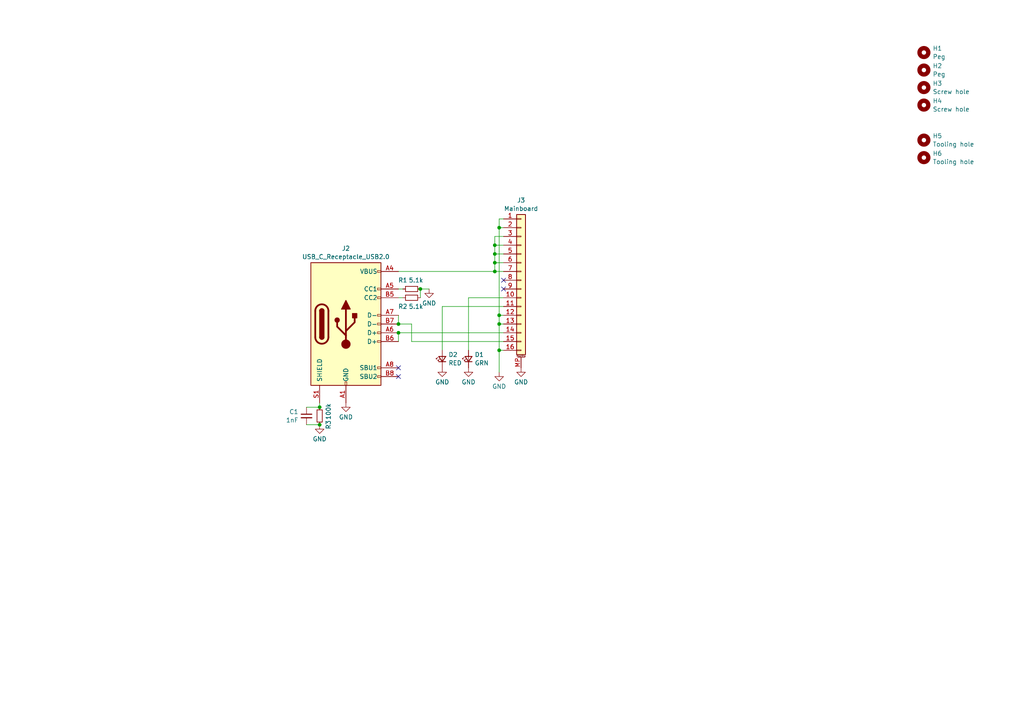
<source format=kicad_sch>
(kicad_sch (version 20230121) (generator eeschema)
  (paper "A4")
  (lib_symbols
    (symbol "Connector:USB_C_Receptacle_USB2.0" (pin_names (offset 1.016))
      (property "Reference" "J" (at -10.16 19.05 0))
      (property "Value" "USB_C_Receptacle_USB2.0" (at 19.05 19.05 0))
      (symbol "USB_C_Receptacle_USB2.0_0_0"
        (rectangle (start -0.254 -17.78) (end 0.254 -16.764))
        (rectangle (start 10.16 -14.986) (end 9.144 -15.494))
        (rectangle (start 10.16 -12.446) (end 9.144 -12.954))
        (rectangle (start 10.16 -4.826) (end 9.144 -5.334))
        (rectangle (start 10.16 -2.286) (end 9.144 -2.794))
        (rectangle (start 10.16 0.254) (end 9.144 -0.254))
        (rectangle (start 10.16 2.794) (end 9.144 2.286))
        (rectangle (start 10.16 7.874) (end 9.144 7.366))
        (rectangle (start 10.16 10.414) (end 9.144 9.906))
        (rectangle (start 10.16 15.494) (end 9.144 14.986))
      )
      (symbol "USB_C_Receptacle_USB2.0_0_1"
        (rectangle (start -10.16 17.78) (end 10.16 -17.78) (stroke (width 0.254)) (fill (type background)))
        (arc (start -8.89 -3.81) (mid -6.985 -5.7067) (end -5.08 -3.81) (stroke (width 0.508)))
        (arc (start -7.62 -3.81) (mid -6.985 -4.4423) (end -6.35 -3.81) (stroke (width 0.254)))
        (arc (start -7.62 -3.81) (mid -6.985 -4.4423) (end -6.35 -3.81) (stroke (width 0.254)) (fill (type outline)))
        (rectangle (start -7.62 -3.81) (end -6.35 3.81) (stroke (width 0.254)) (fill (type outline)))
        (arc (start -6.35 3.81) (mid -6.985 4.4423) (end -7.62 3.81) (stroke (width 0.254)))
        (arc (start -6.35 3.81) (mid -6.985 4.4423) (end -7.62 3.81) (stroke (width 0.254)) (fill (type outline)))
        (arc (start -5.08 3.81) (mid -6.985 5.7067) (end -8.89 3.81) (stroke (width 0.508)))
        (circle (center -2.54 1.143) (radius 0.635) (stroke (width 0.254)) (fill (type outline)))
        (circle (center 0 -5.842) (radius 1.27) (fill (type outline)))
        (polyline (pts (xy -8.89 -3.81) (xy -8.89 3.81)) (stroke (width 0.508)))
        (polyline (pts (xy -5.08 3.81) (xy -5.08 -3.81)) (stroke (width 0.508)))
        (polyline (pts (xy 0 -5.842) (xy 0 4.318)) (stroke (width 0.508)))
        (polyline (pts (xy 0 -3.302) (xy -2.54 -0.762) (xy -2.54 0.508)) (stroke (width 0.508)))
        (polyline (pts (xy 0 -2.032) (xy 2.54 0.508) (xy 2.54 1.778)) (stroke (width 0.508)))
        (polyline (pts (xy -1.27 4.318) (xy 0 6.858) (xy 1.27 4.318) (xy -1.27 4.318)) (stroke (width 0.254)) (fill (type outline)))
        (rectangle (start 1.905 1.778) (end 3.175 3.048) (stroke (width 0.254)) (fill (type outline)))
      )
      (symbol "USB_C_Receptacle_USB2.0_1_1"
        (pin passive line (at 0 -22.86 90) (length 5.08) (name "GND") (number "A1"))
        (pin passive line (at 0 -22.86 90) (length 5.08) hide (name "GND") (number "A12"))
        (pin passive line (at 15.24 15.24 180) (length 5.08) (name "VBUS") (number "A4"))
        (pin bidirectional line (at 15.24 10.16 180) (length 5.08) (name "CC1") (number "A5"))
        (pin bidirectional line (at 15.24 -2.54 180) (length 5.08) (name "D+") (number "A6"))
        (pin bidirectional line (at 15.24 2.54 180) (length 5.08) (name "D-") (number "A7"))
        (pin bidirectional line (at 15.24 -12.7 180) (length 5.08) (name "SBU1") (number "A8"))
        (pin passive line (at 15.24 15.24 180) (length 5.08) hide (name "VBUS") (number "A9"))
        (pin passive line (at 0 -22.86 90) (length 5.08) hide (name "GND") (number "B1"))
        (pin passive line (at 0 -22.86 90) (length 5.08) hide (name "GND") (number "B12"))
        (pin passive line (at 15.24 15.24 180) (length 5.08) hide (name "VBUS") (number "B4"))
        (pin bidirectional line (at 15.24 7.62 180) (length 5.08) (name "CC2") (number "B5"))
        (pin bidirectional line (at 15.24 -5.08 180) (length 5.08) (name "D+") (number "B6"))
        (pin bidirectional line (at 15.24 0 180) (length 5.08) (name "D-") (number "B7"))
        (pin bidirectional line (at 15.24 -15.24 180) (length 5.08) (name "SBU2") (number "B8"))
        (pin passive line (at 15.24 15.24 180) (length 5.08) hide (name "VBUS") (number "B9"))
        (pin passive line (at -7.62 -22.86 90) (length 5.08) (name "SHIELD") (number "S1"))
      )
    )
    (symbol "Connector_Generic_MountingPin:Conn_01x16_MountingPin" (pin_names (offset 1.016) hide)
      (property "Reference" "J" (at 0 20.32 0))
      (property "Value" "Conn_01x16_MountingPin" (at 1.27 -22.86 0))
      (symbol "Conn_01x16_MountingPin_1_1"
        (rectangle (start -1.27 -20.193) (end 0 -20.447) (stroke (width 0.1524)))
        (rectangle (start -1.27 -17.653) (end 0 -17.907) (stroke (width 0.1524)))
        (rectangle (start -1.27 -15.113) (end 0 -15.367) (stroke (width 0.1524)))
        (rectangle (start -1.27 -12.573) (end 0 -12.827) (stroke (width 0.1524)))
        (rectangle (start -1.27 -10.033) (end 0 -10.287) (stroke (width 0.1524)))
        (rectangle (start -1.27 -7.493) (end 0 -7.747) (stroke (width 0.1524)))
        (rectangle (start -1.27 -4.953) (end 0 -5.207) (stroke (width 0.1524)))
        (rectangle (start -1.27 -2.413) (end 0 -2.667) (stroke (width 0.1524)))
        (rectangle (start -1.27 0.127) (end 0 -0.127) (stroke (width 0.1524)))
        (rectangle (start -1.27 2.667) (end 0 2.413) (stroke (width 0.1524)))
        (rectangle (start -1.27 5.207) (end 0 4.953) (stroke (width 0.1524)))
        (rectangle (start -1.27 7.747) (end 0 7.493) (stroke (width 0.1524)))
        (rectangle (start -1.27 10.287) (end 0 10.033) (stroke (width 0.1524)))
        (rectangle (start -1.27 12.827) (end 0 12.573) (stroke (width 0.1524)))
        (rectangle (start -1.27 15.367) (end 0 15.113) (stroke (width 0.1524)))
        (rectangle (start -1.27 17.907) (end 0 17.653) (stroke (width 0.1524)))
        (rectangle (start -1.27 19.05) (end 1.27 -21.59) (stroke (width 0.254)) (fill (type background)))
        (polyline (pts (xy -1.016 -22.352) (xy 1.016 -22.352)) (stroke (width 0.1524)))
        (text "Mounting" (at 0 -21.971 0) (effects (font (size 0.381 0.381))))
        (pin passive line (at -5.08 17.78 0) (length 3.81) (name "Pin_1") (number "1"))
        (pin passive line (at -5.08 -5.08 0) (length 3.81) (name "Pin_10") (number "10"))
        (pin passive line (at -5.08 -7.62 0) (length 3.81) (name "Pin_11") (number "11"))
        (pin passive line (at -5.08 -10.16 0) (length 3.81) (name "Pin_12") (number "12"))
        (pin passive line (at -5.08 -12.7 0) (length 3.81) (name "Pin_13") (number "13"))
        (pin passive line (at -5.08 -15.24 0) (length 3.81) (name "Pin_14") (number "14"))
        (pin passive line (at -5.08 -17.78 0) (length 3.81) (name "Pin_15") (number "15"))
        (pin passive line (at -5.08 -20.32 0) (length 3.81) (name "Pin_16") (number "16"))
        (pin passive line (at -5.08 15.24 0) (length 3.81) (name "Pin_2") (number "2"))
        (pin passive line (at -5.08 12.7 0) (length 3.81) (name "Pin_3") (number "3"))
        (pin passive line (at -5.08 10.16 0) (length 3.81) (name "Pin_4") (number "4"))
        (pin passive line (at -5.08 7.62 0) (length 3.81) (name "Pin_5") (number "5"))
        (pin passive line (at -5.08 5.08 0) (length 3.81) (name "Pin_6") (number "6"))
        (pin passive line (at -5.08 2.54 0) (length 3.81) (name "Pin_7") (number "7"))
        (pin passive line (at -5.08 0 0) (length 3.81) (name "Pin_8") (number "8"))
        (pin passive line (at -5.08 -2.54 0) (length 3.81) (name "Pin_9") (number "9"))
        (pin passive line (at 0 -25.4 90) (length 3.048) (name "MountPin") (number "MP"))
      )
    )
    (symbol "Device:C_Small" (pin_numbers hide) (pin_names (offset 0.254) hide)
      (property "Reference" "C" (at 0.254 1.778 0))
      (property "Value" "C_Small" (at 0.254 -2.032 0))
      (symbol "C_Small_0_1"
        (polyline (pts (xy -1.524 -0.508) (xy 1.524 -0.508)) (stroke (width 0.3302)))
        (polyline (pts (xy -1.524 0.508) (xy 1.524 0.508)) (stroke (width 0.3048)))
      )
      (symbol "C_Small_1_1"
        (pin passive line (at 0 2.54 270) (length 2.032) (name "~") (number "1"))
        (pin passive line (at 0 -2.54 90) (length 2.032) (name "~") (number "2"))
      )
    )
    (symbol "Device:LED_Small" (pin_numbers hide) (pin_names (offset 0.254) hide)
      (property "Reference" "D" (at -1.27 3.175 0))
      (property "Value" "LED_Small" (at -4.445 -2.54 0))
      (symbol "LED_Small_0_1"
        (polyline (pts (xy -0.762 -1.016) (xy -0.762 1.016)) (stroke (width 0.254)))
        (polyline (pts (xy 1.016 0) (xy -0.762 0)))
        (polyline (pts (xy 0.762 -1.016) (xy -0.762 0) (xy 0.762 1.016) (xy 0.762 -1.016)) (stroke (width 0.254)))
        (polyline (pts (xy 0 0.762) (xy -0.508 1.27) (xy -0.254 1.27) (xy -0.508 1.27) (xy -0.508 1.016)))
        (polyline (pts (xy 0.508 1.27) (xy 0 1.778) (xy 0.254 1.778) (xy 0 1.778) (xy 0 1.524)))
      )
      (symbol "LED_Small_1_1"
        (pin passive line (at -2.54 0 0) (length 1.778) (name "K") (number "1"))
        (pin passive line (at 2.54 0 180) (length 1.778) (name "A") (number "2"))
      )
    )
    (symbol "Device:R_Small" (pin_numbers hide) (pin_names (offset 0.254) hide)
      (property "Reference" "R" (at 0.762 0.508 0))
      (property "Value" "R_Small" (at 0.762 -1.016 0))
      (symbol "R_Small_0_1"
        (rectangle (start -0.762 1.778) (end 0.762 -1.778) (stroke (width 0.2032)))
      )
      (symbol "R_Small_1_1"
        (pin passive line (at 0 2.54 270) (length 0.762) (name "~") (number "1"))
        (pin passive line (at 0 -2.54 90) (length 0.762) (name "~") (number "2"))
      )
    )
    (symbol "Mechanical:MountingHole" (pin_names (offset 1.016))
      (property "Reference" "H" (at 0 5.08 0))
      (property "Value" "MountingHole" (at 0 3.175 0))
      (symbol "MountingHole_0_1"
        (circle (center 0 0) (radius 1.27) (stroke (width 1.27)))
      )
    )
    (symbol "power:GND" (power) (pin_names (offset 0))
      (property "Value" "GND" (at 0 -3.81 0))
      (symbol "GND_0_1"
        (polyline (pts (xy 0 0) (xy 0 -1.27) (xy 1.27 -1.27) (xy 0 -2.54) (xy -1.27 -1.27) (xy 0 -1.27)))
      )
      (symbol "GND_1_1"
        (pin power_in line (at 0 0 270) (length 0) hide (name "GND") (number "1"))
      )
    )
  )
  (junction (at 143.51 76.2))
  (junction (at 144.78 91.44))
  (junction (at 144.78 101.6))
  (junction (at 115.57 93.98))
  (junction (at 121.92 83.82))
  (junction (at 115.57 96.52))
  (junction (at 144.78 93.98))
  (junction (at 143.51 71.12))
  (junction (at 92.71 118.11))
  (junction (at 143.51 78.74))
  (junction (at 143.51 73.66))
  (junction (at 92.71 123.19))
  (junction (at 144.78 66.04))
  (no_connect (at 115.57 106.68))
  (no_connect (at 146.05 81.28))
  (no_connect (at 115.57 109.22))
  (no_connect (at 146.05 83.82))
  (wire (pts (xy 143.51 71.12) (xy 146.05 71.12)))
  (wire (pts (xy 146.05 68.58) (xy 143.51 68.58)))
  (wire (pts (xy 143.51 73.66) (xy 143.51 76.2)))
  (wire (pts (xy 115.57 83.82) (xy 116.84 83.82)))
  (wire (pts (xy 92.71 116.84) (xy 92.71 118.11)))
  (wire (pts (xy 144.78 101.6) (xy 144.78 93.98)))
  (wire (pts (xy 144.78 91.44) (xy 146.05 91.44)))
  (wire (pts (xy 135.89 86.36) (xy 135.89 101.6)))
  (wire (pts (xy 144.78 63.5) (xy 144.78 66.04)))
  (wire (pts (xy 143.51 71.12) (xy 143.51 73.66)))
  (wire (pts (xy 143.51 78.74) (xy 146.05 78.74)))
  (wire (pts (xy 144.78 101.6) (xy 146.05 101.6)))
  (wire (pts (xy 143.51 76.2) (xy 146.05 76.2)))
  (wire (pts (xy 144.78 107.95) (xy 144.78 101.6)))
  (wire (pts (xy 119.38 93.98) (xy 115.57 93.98)))
  (wire (pts (xy 115.57 96.52) (xy 115.57 99.06)))
  (wire (pts (xy 144.78 93.98) (xy 144.78 91.44)))
  (wire (pts (xy 119.38 99.06) (xy 146.05 99.06)))
  (wire (pts (xy 144.78 66.04) (xy 146.05 66.04)))
  (wire (pts (xy 115.57 91.44) (xy 115.57 93.98)))
  (wire (pts (xy 119.38 99.06) (xy 119.38 93.98)))
  (wire (pts (xy 115.57 96.52) (xy 146.05 96.52)))
  (wire (pts (xy 128.27 88.9) (xy 128.27 101.6)))
  (wire (pts (xy 128.27 88.9) (xy 146.05 88.9)))
  (wire (pts (xy 135.89 86.36) (xy 146.05 86.36)))
  (wire (pts (xy 143.51 68.58) (xy 143.51 71.12)))
  (wire (pts (xy 88.9 123.19) (xy 92.71 123.19)))
  (wire (pts (xy 115.57 78.74) (xy 143.51 78.74)))
  (wire (pts (xy 143.51 76.2) (xy 143.51 78.74)))
  (wire (pts (xy 121.92 83.82) (xy 121.92 86.36)))
  (wire (pts (xy 144.78 63.5) (xy 146.05 63.5)))
  (wire (pts (xy 88.9 118.11) (xy 92.71 118.11)))
  (wire (pts (xy 144.78 93.98) (xy 146.05 93.98)))
  (wire (pts (xy 144.78 66.04) (xy 144.78 91.44)))
  (wire (pts (xy 143.51 73.66) (xy 146.05 73.66)))
  (wire (pts (xy 115.57 86.36) (xy 116.84 86.36)))
  (wire (pts (xy 121.92 83.82) (xy 124.46 83.82)))
  (symbol (lib_id "Connector_Generic_MountingPin:Conn_01x16_MountingPin") (at 151.13 81.28 0) (unit 1)
    (property "Reference" "J3" (at 151.13 58.0857 0))
    (property "Value" "Mainboard" (at 151.13 60.5099 0))
    (property "Footprint" "Connector_FFC-FPC_HDGC:0.5K-QX-16PWB_16Pin_0.5mm" (effects hide))
    (property "Datasheet" "https://datasheet.lcsc.com/lcsc/2111151830_HDGC-0-5K-QX-16PWB_C2919481.pdf" (effects hide))
    (property "LCSC" "C2919481" (effects hide))
  )
  (symbol (lib_id "Mechanical:MountingHole") (at 267.97 40.64 0) (unit 1) (in_bom no)
    (property "Reference" "H5" (at 270.51 39.4279 0) (effects (justify left)))
    (property "Value" "Tooling hole" (at 270.51 41.8521 0) (effects (justify left)))
    (property "Footprint" "ToolingHole:ToolingHole_JLCSMT" (effects hide))
  )
  (symbol (lib_id "Device:LED_Small") (at 128.27 104.14 90) (unit 1)
    (property "Reference" "D2" (at 130.048 102.8644 90) (effects (justify right)))
    (property "Value" "RED" (at 130.048 105.2886 90) (effects (justify right)))
    (property "Footprint" "LED_SMD:LED_0603_1608Metric" (effects hide))
    (property "LCSC" "C2286" (effects hide))
  )
  (symbol (lib_id "Mechanical:MountingHole") (at 267.97 20.32 0) (unit 1) (in_bom no)
    (property "Reference" "H2" (at 270.51 19.1079 0) (effects (justify left)))
    (property "Value" "Peg" (at 270.51 21.5321 0) (effects (justify left)))
    (property "Footprint" "MountingHole:MountingHole_2.1mm" (effects hide))
  )
  (symbol (lib_id "power:GND") (at 124.46 83.82 0) (unit 1)
    (property "Reference" "#PWR03" (effects hide))
    (property "Value" "GND" (at 124.46 87.9531 0))
  )
  (symbol (lib_id "Device:R_Small") (at 119.38 83.82 90) (unit 1)
    (property "Reference" "R1" (at 116.84 81.28 90))
    (property "Value" "5.1k" (at 120.65 81.28 90))
    (property "Footprint" "Resistor_SMD:R_0402_1005Metric" (effects hide))
    (property "LCSC" "C25905" (effects hide))
  )
  (symbol (lib_id "Mechanical:MountingHole") (at 267.97 15.24 0) (unit 1) (in_bom no)
    (property "Reference" "H1" (at 270.51 14.0279 0) (effects (justify left)))
    (property "Value" "Peg" (at 270.51 16.4521 0) (effects (justify left)))
    (property "Footprint" "MountingHole:MountingHole_2.1mm" (effects hide))
  )
  (symbol (lib_id "Device:LED_Small") (at 135.89 104.14 90) (unit 1)
    (property "Reference" "D1" (at 137.668 102.8644 90) (effects (justify right)))
    (property "Value" "GRN" (at 137.668 105.2886 90) (effects (justify right)))
    (property "Footprint" "LED_SMD:LED_0603_1608Metric" (effects hide))
    (property "LCSC" "C72043" (effects hide))
  )
  (symbol (lib_id "power:GND") (at 151.13 106.68 0) (unit 1)
    (property "Reference" "#PWR08" (effects hide))
    (property "Value" "GND" (at 151.13 110.8131 0))
  )
  (symbol (lib_id "power:GND") (at 92.71 123.19 0) (unit 1)
    (property "Reference" "#PWR06" (effects hide))
    (property "Value" "GND" (at 92.71 127.3231 0))
  )
  (symbol (lib_id "Device:R_Small") (at 92.71 120.65 180) (unit 1)
    (property "Reference" "R3" (at 95.25 123.19 90))
    (property "Value" "100k" (at 95.25 119.38 90))
    (property "Footprint" "Resistor_SMD:R_0805_2012Metric" (effects hide))
    (property "LCSC" "C149504" (effects hide))
  )
  (symbol (lib_id "Mechanical:MountingHole") (at 267.97 30.48 0) (unit 1) (in_bom no)
    (property "Reference" "H4" (at 270.51 29.2679 0) (effects (justify left)))
    (property "Value" "Screw hole" (at 270.51 31.6921 0) (effects (justify left)))
    (property "Footprint" "MountingHole:MountingHole_2.5mm" (effects hide))
  )
  (symbol (lib_id "Connector:USB_C_Receptacle_USB2.0") (at 100.33 93.98 0) (unit 1)
    (property "Reference" "J2" (at 100.33 72.0557 0))
    (property "Value" "USB_C_Receptacle_USB2.0" (at 100.33 74.4799 0))
    (property "Footprint" "Connector_USB:USB_C_Receptacle_Palconn_UTC16-G" (effects hide))
    (property "Datasheet" "https://www.usb.org/sites/default/files/documents/usb_type-c.zip" (effects hide))
    (property "LCSC" "C167321" (effects hide))
  )
  (symbol (lib_id "Device:R_Small") (at 119.38 86.36 90) (unit 1)
    (property "Reference" "R2" (at 116.84 88.9 90))
    (property "Value" "5.1k" (at 120.65 88.9 90))
    (property "Footprint" "Resistor_SMD:R_0402_1005Metric" (effects hide))
    (property "LCSC" "C25905" (effects hide))
  )
  (symbol (lib_id "power:GND") (at 128.27 106.68 0) (unit 1)
    (property "Reference" "#PWR04" (effects hide))
    (property "Value" "GND" (at 128.27 110.8131 0))
  )
  (symbol (lib_id "power:GND") (at 144.78 107.95 0) (unit 1)
    (property "Reference" "#PWR09" (effects hide))
    (property "Value" "GND" (at 144.78 112.0831 0))
  )
  (symbol (lib_id "Mechanical:MountingHole") (at 267.97 25.4 0) (unit 1) (in_bom no)
    (property "Reference" "H3" (at 270.51 24.1879 0) (effects (justify left)))
    (property "Value" "Screw hole" (at 270.51 26.6121 0) (effects (justify left)))
    (property "Footprint" "MountingHole:MountingHole_2.5mm" (effects hide))
  )
  (symbol (lib_id "Mechanical:MountingHole") (at 267.97 45.72 0) (unit 1) (in_bom no)
    (property "Reference" "H6" (at 270.51 44.5079 0) (effects (justify left)))
    (property "Value" "Tooling hole" (at 270.51 46.9321 0) (effects (justify left)))
    (property "Footprint" "ToolingHole:ToolingHole_JLCSMT" (effects hide))
  )
  (symbol (lib_id "Device:C_Small") (at 88.9 120.65 0) (unit 1)
    (property "Reference" "C1" (at 86.5759 119.4442 0) (effects (justify right)))
    (property "Value" "1nF" (at 86.5759 121.8684 0) (effects (justify right)))
    (property "Footprint" "Capacitor_SMD:C_1206_3216Metric" (effects hide))
    (property "LCSC" "C9196" (effects hide))
  )
  (symbol (lib_id "power:GND") (at 100.33 116.84 0) (unit 1)
    (property "Reference" "#PWR02" (effects hide))
    (property "Value" "GND" (at 100.33 120.9731 0))
  )
  (symbol (lib_id "power:GND") (at 135.89 106.68 0) (unit 1)
    (property "Reference" "#PWR05" (effects hide))
    (property "Value" "GND" (at 135.89 110.8131 0))
  )
)
</source>
